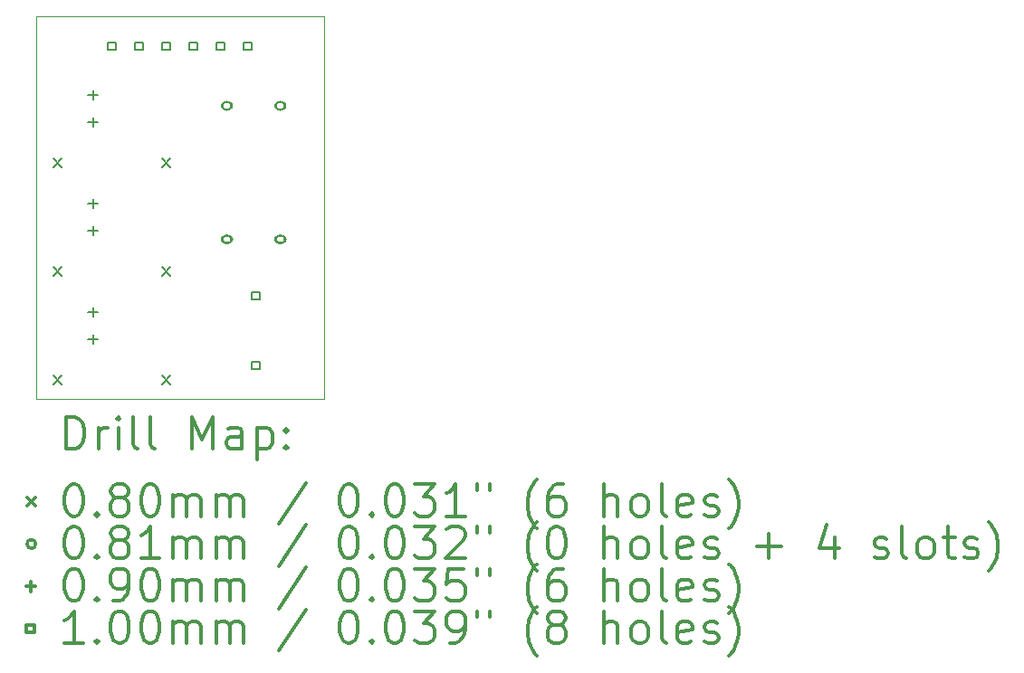
<source format=gbr>
%FSLAX45Y45*%
G04 Gerber Fmt 4.5, Leading zero omitted, Abs format (unit mm)*
G04 Created by KiCad (PCBNEW (5.1.2)-1) date 2024-09-09 18:42:57*
%MOMM*%
%LPD*%
G04 APERTURE LIST*
%ADD10C,0.050000*%
%ADD11C,0.200000*%
%ADD12C,0.300000*%
G04 APERTURE END LIST*
D10*
X17272000Y-6959600D02*
X17272000Y-10541000D01*
X14579600Y-10541000D02*
X17272000Y-10541000D01*
X14579600Y-10541000D02*
X14579600Y-6959600D01*
X14579600Y-6959600D02*
X17272000Y-6959600D01*
D11*
X15758800Y-8291200D02*
X15838800Y-8371200D01*
X15838800Y-8291200D02*
X15758800Y-8371200D01*
X14742800Y-9307200D02*
X14822800Y-9387200D01*
X14822800Y-9307200D02*
X14742800Y-9387200D01*
X14742800Y-10323200D02*
X14822800Y-10403200D01*
X14822800Y-10323200D02*
X14742800Y-10403200D01*
X15758800Y-10323200D02*
X15838800Y-10403200D01*
X15838800Y-10323200D02*
X15758800Y-10403200D01*
X14742800Y-8291200D02*
X14822800Y-8371200D01*
X14822800Y-8291200D02*
X14742800Y-8371200D01*
X15758800Y-9307200D02*
X15838800Y-9387200D01*
X15838800Y-9307200D02*
X15758800Y-9387200D01*
X16406240Y-7797800D02*
G75*
G03X16406240Y-7797800I-40640J0D01*
G01*
X16385600Y-7767160D02*
X16345600Y-7767160D01*
X16385600Y-7828440D02*
X16345600Y-7828440D01*
X16345600Y-7767160D02*
G75*
G03X16345600Y-7828440I0J-30640D01*
G01*
X16385600Y-7828440D02*
G75*
G03X16385600Y-7767160I0J30640D01*
G01*
X16406240Y-9047800D02*
G75*
G03X16406240Y-9047800I-40640J0D01*
G01*
X16385600Y-9017160D02*
X16345600Y-9017160D01*
X16385600Y-9078440D02*
X16345600Y-9078440D01*
X16345600Y-9017160D02*
G75*
G03X16345600Y-9078440I0J-30640D01*
G01*
X16385600Y-9078440D02*
G75*
G03X16385600Y-9017160I0J30640D01*
G01*
X16906240Y-7797800D02*
G75*
G03X16906240Y-7797800I-40640J0D01*
G01*
X16885600Y-7767160D02*
X16845600Y-7767160D01*
X16885600Y-7828440D02*
X16845600Y-7828440D01*
X16845600Y-7767160D02*
G75*
G03X16845600Y-7828440I0J-30640D01*
G01*
X16885600Y-7828440D02*
G75*
G03X16885600Y-7767160I0J30640D01*
G01*
X16906240Y-9047800D02*
G75*
G03X16906240Y-9047800I-40640J0D01*
G01*
X16885600Y-9017160D02*
X16845600Y-9017160D01*
X16885600Y-9078440D02*
X16845600Y-9078440D01*
X16845600Y-9017160D02*
G75*
G03X16845600Y-9078440I0J-30640D01*
G01*
X16885600Y-9078440D02*
G75*
G03X16885600Y-9017160I0J30640D01*
G01*
X15113000Y-8667200D02*
X15113000Y-8757200D01*
X15068000Y-8712200D02*
X15158000Y-8712200D01*
X15113000Y-8921200D02*
X15113000Y-9011200D01*
X15068000Y-8966200D02*
X15158000Y-8966200D01*
X15113000Y-7651200D02*
X15113000Y-7741200D01*
X15068000Y-7696200D02*
X15158000Y-7696200D01*
X15113000Y-7905200D02*
X15113000Y-7995200D01*
X15068000Y-7950200D02*
X15158000Y-7950200D01*
X15113000Y-9683200D02*
X15113000Y-9773200D01*
X15068000Y-9728200D02*
X15158000Y-9728200D01*
X15113000Y-9937200D02*
X15113000Y-10027200D01*
X15068000Y-9982200D02*
X15158000Y-9982200D01*
X15326156Y-7274356D02*
X15326156Y-7203644D01*
X15255444Y-7203644D01*
X15255444Y-7274356D01*
X15326156Y-7274356D01*
X15580156Y-7274356D02*
X15580156Y-7203644D01*
X15509444Y-7203644D01*
X15509444Y-7274356D01*
X15580156Y-7274356D01*
X15834156Y-7274356D02*
X15834156Y-7203644D01*
X15763444Y-7203644D01*
X15763444Y-7274356D01*
X15834156Y-7274356D01*
X16088156Y-7274356D02*
X16088156Y-7203644D01*
X16017444Y-7203644D01*
X16017444Y-7274356D01*
X16088156Y-7274356D01*
X16342156Y-7274356D02*
X16342156Y-7203644D01*
X16271444Y-7203644D01*
X16271444Y-7274356D01*
X16342156Y-7274356D01*
X16596156Y-7274356D02*
X16596156Y-7203644D01*
X16525444Y-7203644D01*
X16525444Y-7274356D01*
X16596156Y-7274356D01*
X16672356Y-9611156D02*
X16672356Y-9540444D01*
X16601644Y-9540444D01*
X16601644Y-9611156D01*
X16672356Y-9611156D01*
X16672356Y-10261156D02*
X16672356Y-10190444D01*
X16601644Y-10190444D01*
X16601644Y-10261156D01*
X16672356Y-10261156D01*
D12*
X14863528Y-11009214D02*
X14863528Y-10709214D01*
X14934957Y-10709214D01*
X14977814Y-10723500D01*
X15006386Y-10752072D01*
X15020671Y-10780643D01*
X15034957Y-10837786D01*
X15034957Y-10880643D01*
X15020671Y-10937786D01*
X15006386Y-10966357D01*
X14977814Y-10994929D01*
X14934957Y-11009214D01*
X14863528Y-11009214D01*
X15163528Y-11009214D02*
X15163528Y-10809214D01*
X15163528Y-10866357D02*
X15177814Y-10837786D01*
X15192100Y-10823500D01*
X15220671Y-10809214D01*
X15249243Y-10809214D01*
X15349243Y-11009214D02*
X15349243Y-10809214D01*
X15349243Y-10709214D02*
X15334957Y-10723500D01*
X15349243Y-10737786D01*
X15363528Y-10723500D01*
X15349243Y-10709214D01*
X15349243Y-10737786D01*
X15534957Y-11009214D02*
X15506386Y-10994929D01*
X15492100Y-10966357D01*
X15492100Y-10709214D01*
X15692100Y-11009214D02*
X15663528Y-10994929D01*
X15649243Y-10966357D01*
X15649243Y-10709214D01*
X16034957Y-11009214D02*
X16034957Y-10709214D01*
X16134957Y-10923500D01*
X16234957Y-10709214D01*
X16234957Y-11009214D01*
X16506386Y-11009214D02*
X16506386Y-10852072D01*
X16492100Y-10823500D01*
X16463528Y-10809214D01*
X16406386Y-10809214D01*
X16377814Y-10823500D01*
X16506386Y-10994929D02*
X16477814Y-11009214D01*
X16406386Y-11009214D01*
X16377814Y-10994929D01*
X16363528Y-10966357D01*
X16363528Y-10937786D01*
X16377814Y-10909214D01*
X16406386Y-10894929D01*
X16477814Y-10894929D01*
X16506386Y-10880643D01*
X16649243Y-10809214D02*
X16649243Y-11109214D01*
X16649243Y-10823500D02*
X16677814Y-10809214D01*
X16734957Y-10809214D01*
X16763528Y-10823500D01*
X16777814Y-10837786D01*
X16792100Y-10866357D01*
X16792100Y-10952072D01*
X16777814Y-10980643D01*
X16763528Y-10994929D01*
X16734957Y-11009214D01*
X16677814Y-11009214D01*
X16649243Y-10994929D01*
X16920671Y-10980643D02*
X16934957Y-10994929D01*
X16920671Y-11009214D01*
X16906386Y-10994929D01*
X16920671Y-10980643D01*
X16920671Y-11009214D01*
X16920671Y-10823500D02*
X16934957Y-10837786D01*
X16920671Y-10852072D01*
X16906386Y-10837786D01*
X16920671Y-10823500D01*
X16920671Y-10852072D01*
X14497100Y-11463500D02*
X14577100Y-11543500D01*
X14577100Y-11463500D02*
X14497100Y-11543500D01*
X14920671Y-11339214D02*
X14949243Y-11339214D01*
X14977814Y-11353500D01*
X14992100Y-11367786D01*
X15006386Y-11396357D01*
X15020671Y-11453500D01*
X15020671Y-11524929D01*
X15006386Y-11582071D01*
X14992100Y-11610643D01*
X14977814Y-11624929D01*
X14949243Y-11639214D01*
X14920671Y-11639214D01*
X14892100Y-11624929D01*
X14877814Y-11610643D01*
X14863528Y-11582071D01*
X14849243Y-11524929D01*
X14849243Y-11453500D01*
X14863528Y-11396357D01*
X14877814Y-11367786D01*
X14892100Y-11353500D01*
X14920671Y-11339214D01*
X15149243Y-11610643D02*
X15163528Y-11624929D01*
X15149243Y-11639214D01*
X15134957Y-11624929D01*
X15149243Y-11610643D01*
X15149243Y-11639214D01*
X15334957Y-11467786D02*
X15306386Y-11453500D01*
X15292100Y-11439214D01*
X15277814Y-11410643D01*
X15277814Y-11396357D01*
X15292100Y-11367786D01*
X15306386Y-11353500D01*
X15334957Y-11339214D01*
X15392100Y-11339214D01*
X15420671Y-11353500D01*
X15434957Y-11367786D01*
X15449243Y-11396357D01*
X15449243Y-11410643D01*
X15434957Y-11439214D01*
X15420671Y-11453500D01*
X15392100Y-11467786D01*
X15334957Y-11467786D01*
X15306386Y-11482071D01*
X15292100Y-11496357D01*
X15277814Y-11524929D01*
X15277814Y-11582071D01*
X15292100Y-11610643D01*
X15306386Y-11624929D01*
X15334957Y-11639214D01*
X15392100Y-11639214D01*
X15420671Y-11624929D01*
X15434957Y-11610643D01*
X15449243Y-11582071D01*
X15449243Y-11524929D01*
X15434957Y-11496357D01*
X15420671Y-11482071D01*
X15392100Y-11467786D01*
X15634957Y-11339214D02*
X15663528Y-11339214D01*
X15692100Y-11353500D01*
X15706386Y-11367786D01*
X15720671Y-11396357D01*
X15734957Y-11453500D01*
X15734957Y-11524929D01*
X15720671Y-11582071D01*
X15706386Y-11610643D01*
X15692100Y-11624929D01*
X15663528Y-11639214D01*
X15634957Y-11639214D01*
X15606386Y-11624929D01*
X15592100Y-11610643D01*
X15577814Y-11582071D01*
X15563528Y-11524929D01*
X15563528Y-11453500D01*
X15577814Y-11396357D01*
X15592100Y-11367786D01*
X15606386Y-11353500D01*
X15634957Y-11339214D01*
X15863528Y-11639214D02*
X15863528Y-11439214D01*
X15863528Y-11467786D02*
X15877814Y-11453500D01*
X15906386Y-11439214D01*
X15949243Y-11439214D01*
X15977814Y-11453500D01*
X15992100Y-11482071D01*
X15992100Y-11639214D01*
X15992100Y-11482071D02*
X16006386Y-11453500D01*
X16034957Y-11439214D01*
X16077814Y-11439214D01*
X16106386Y-11453500D01*
X16120671Y-11482071D01*
X16120671Y-11639214D01*
X16263528Y-11639214D02*
X16263528Y-11439214D01*
X16263528Y-11467786D02*
X16277814Y-11453500D01*
X16306386Y-11439214D01*
X16349243Y-11439214D01*
X16377814Y-11453500D01*
X16392100Y-11482071D01*
X16392100Y-11639214D01*
X16392100Y-11482071D02*
X16406386Y-11453500D01*
X16434957Y-11439214D01*
X16477814Y-11439214D01*
X16506386Y-11453500D01*
X16520671Y-11482071D01*
X16520671Y-11639214D01*
X17106386Y-11324929D02*
X16849243Y-11710643D01*
X17492100Y-11339214D02*
X17520671Y-11339214D01*
X17549243Y-11353500D01*
X17563528Y-11367786D01*
X17577814Y-11396357D01*
X17592100Y-11453500D01*
X17592100Y-11524929D01*
X17577814Y-11582071D01*
X17563528Y-11610643D01*
X17549243Y-11624929D01*
X17520671Y-11639214D01*
X17492100Y-11639214D01*
X17463528Y-11624929D01*
X17449243Y-11610643D01*
X17434957Y-11582071D01*
X17420671Y-11524929D01*
X17420671Y-11453500D01*
X17434957Y-11396357D01*
X17449243Y-11367786D01*
X17463528Y-11353500D01*
X17492100Y-11339214D01*
X17720671Y-11610643D02*
X17734957Y-11624929D01*
X17720671Y-11639214D01*
X17706386Y-11624929D01*
X17720671Y-11610643D01*
X17720671Y-11639214D01*
X17920671Y-11339214D02*
X17949243Y-11339214D01*
X17977814Y-11353500D01*
X17992100Y-11367786D01*
X18006386Y-11396357D01*
X18020671Y-11453500D01*
X18020671Y-11524929D01*
X18006386Y-11582071D01*
X17992100Y-11610643D01*
X17977814Y-11624929D01*
X17949243Y-11639214D01*
X17920671Y-11639214D01*
X17892100Y-11624929D01*
X17877814Y-11610643D01*
X17863528Y-11582071D01*
X17849243Y-11524929D01*
X17849243Y-11453500D01*
X17863528Y-11396357D01*
X17877814Y-11367786D01*
X17892100Y-11353500D01*
X17920671Y-11339214D01*
X18120671Y-11339214D02*
X18306386Y-11339214D01*
X18206386Y-11453500D01*
X18249243Y-11453500D01*
X18277814Y-11467786D01*
X18292100Y-11482071D01*
X18306386Y-11510643D01*
X18306386Y-11582071D01*
X18292100Y-11610643D01*
X18277814Y-11624929D01*
X18249243Y-11639214D01*
X18163528Y-11639214D01*
X18134957Y-11624929D01*
X18120671Y-11610643D01*
X18592100Y-11639214D02*
X18420671Y-11639214D01*
X18506386Y-11639214D02*
X18506386Y-11339214D01*
X18477814Y-11382071D01*
X18449243Y-11410643D01*
X18420671Y-11424929D01*
X18706386Y-11339214D02*
X18706386Y-11396357D01*
X18820671Y-11339214D02*
X18820671Y-11396357D01*
X19263528Y-11753500D02*
X19249243Y-11739214D01*
X19220671Y-11696357D01*
X19206386Y-11667786D01*
X19192100Y-11624929D01*
X19177814Y-11553500D01*
X19177814Y-11496357D01*
X19192100Y-11424929D01*
X19206386Y-11382071D01*
X19220671Y-11353500D01*
X19249243Y-11310643D01*
X19263528Y-11296357D01*
X19506386Y-11339214D02*
X19449243Y-11339214D01*
X19420671Y-11353500D01*
X19406386Y-11367786D01*
X19377814Y-11410643D01*
X19363528Y-11467786D01*
X19363528Y-11582071D01*
X19377814Y-11610643D01*
X19392100Y-11624929D01*
X19420671Y-11639214D01*
X19477814Y-11639214D01*
X19506386Y-11624929D01*
X19520671Y-11610643D01*
X19534957Y-11582071D01*
X19534957Y-11510643D01*
X19520671Y-11482071D01*
X19506386Y-11467786D01*
X19477814Y-11453500D01*
X19420671Y-11453500D01*
X19392100Y-11467786D01*
X19377814Y-11482071D01*
X19363528Y-11510643D01*
X19892100Y-11639214D02*
X19892100Y-11339214D01*
X20020671Y-11639214D02*
X20020671Y-11482071D01*
X20006386Y-11453500D01*
X19977814Y-11439214D01*
X19934957Y-11439214D01*
X19906386Y-11453500D01*
X19892100Y-11467786D01*
X20206386Y-11639214D02*
X20177814Y-11624929D01*
X20163528Y-11610643D01*
X20149243Y-11582071D01*
X20149243Y-11496357D01*
X20163528Y-11467786D01*
X20177814Y-11453500D01*
X20206386Y-11439214D01*
X20249243Y-11439214D01*
X20277814Y-11453500D01*
X20292100Y-11467786D01*
X20306386Y-11496357D01*
X20306386Y-11582071D01*
X20292100Y-11610643D01*
X20277814Y-11624929D01*
X20249243Y-11639214D01*
X20206386Y-11639214D01*
X20477814Y-11639214D02*
X20449243Y-11624929D01*
X20434957Y-11596357D01*
X20434957Y-11339214D01*
X20706386Y-11624929D02*
X20677814Y-11639214D01*
X20620671Y-11639214D01*
X20592100Y-11624929D01*
X20577814Y-11596357D01*
X20577814Y-11482071D01*
X20592100Y-11453500D01*
X20620671Y-11439214D01*
X20677814Y-11439214D01*
X20706386Y-11453500D01*
X20720671Y-11482071D01*
X20720671Y-11510643D01*
X20577814Y-11539214D01*
X20834957Y-11624929D02*
X20863528Y-11639214D01*
X20920671Y-11639214D01*
X20949243Y-11624929D01*
X20963528Y-11596357D01*
X20963528Y-11582071D01*
X20949243Y-11553500D01*
X20920671Y-11539214D01*
X20877814Y-11539214D01*
X20849243Y-11524929D01*
X20834957Y-11496357D01*
X20834957Y-11482071D01*
X20849243Y-11453500D01*
X20877814Y-11439214D01*
X20920671Y-11439214D01*
X20949243Y-11453500D01*
X21063528Y-11753500D02*
X21077814Y-11739214D01*
X21106386Y-11696357D01*
X21120671Y-11667786D01*
X21134957Y-11624929D01*
X21149243Y-11553500D01*
X21149243Y-11496357D01*
X21134957Y-11424929D01*
X21120671Y-11382071D01*
X21106386Y-11353500D01*
X21077814Y-11310643D01*
X21063528Y-11296357D01*
X14577100Y-11899500D02*
G75*
G03X14577100Y-11899500I-40640J0D01*
G01*
X14920671Y-11735214D02*
X14949243Y-11735214D01*
X14977814Y-11749500D01*
X14992100Y-11763786D01*
X15006386Y-11792357D01*
X15020671Y-11849500D01*
X15020671Y-11920929D01*
X15006386Y-11978071D01*
X14992100Y-12006643D01*
X14977814Y-12020929D01*
X14949243Y-12035214D01*
X14920671Y-12035214D01*
X14892100Y-12020929D01*
X14877814Y-12006643D01*
X14863528Y-11978071D01*
X14849243Y-11920929D01*
X14849243Y-11849500D01*
X14863528Y-11792357D01*
X14877814Y-11763786D01*
X14892100Y-11749500D01*
X14920671Y-11735214D01*
X15149243Y-12006643D02*
X15163528Y-12020929D01*
X15149243Y-12035214D01*
X15134957Y-12020929D01*
X15149243Y-12006643D01*
X15149243Y-12035214D01*
X15334957Y-11863786D02*
X15306386Y-11849500D01*
X15292100Y-11835214D01*
X15277814Y-11806643D01*
X15277814Y-11792357D01*
X15292100Y-11763786D01*
X15306386Y-11749500D01*
X15334957Y-11735214D01*
X15392100Y-11735214D01*
X15420671Y-11749500D01*
X15434957Y-11763786D01*
X15449243Y-11792357D01*
X15449243Y-11806643D01*
X15434957Y-11835214D01*
X15420671Y-11849500D01*
X15392100Y-11863786D01*
X15334957Y-11863786D01*
X15306386Y-11878071D01*
X15292100Y-11892357D01*
X15277814Y-11920929D01*
X15277814Y-11978071D01*
X15292100Y-12006643D01*
X15306386Y-12020929D01*
X15334957Y-12035214D01*
X15392100Y-12035214D01*
X15420671Y-12020929D01*
X15434957Y-12006643D01*
X15449243Y-11978071D01*
X15449243Y-11920929D01*
X15434957Y-11892357D01*
X15420671Y-11878071D01*
X15392100Y-11863786D01*
X15734957Y-12035214D02*
X15563528Y-12035214D01*
X15649243Y-12035214D02*
X15649243Y-11735214D01*
X15620671Y-11778071D01*
X15592100Y-11806643D01*
X15563528Y-11820929D01*
X15863528Y-12035214D02*
X15863528Y-11835214D01*
X15863528Y-11863786D02*
X15877814Y-11849500D01*
X15906386Y-11835214D01*
X15949243Y-11835214D01*
X15977814Y-11849500D01*
X15992100Y-11878071D01*
X15992100Y-12035214D01*
X15992100Y-11878071D02*
X16006386Y-11849500D01*
X16034957Y-11835214D01*
X16077814Y-11835214D01*
X16106386Y-11849500D01*
X16120671Y-11878071D01*
X16120671Y-12035214D01*
X16263528Y-12035214D02*
X16263528Y-11835214D01*
X16263528Y-11863786D02*
X16277814Y-11849500D01*
X16306386Y-11835214D01*
X16349243Y-11835214D01*
X16377814Y-11849500D01*
X16392100Y-11878071D01*
X16392100Y-12035214D01*
X16392100Y-11878071D02*
X16406386Y-11849500D01*
X16434957Y-11835214D01*
X16477814Y-11835214D01*
X16506386Y-11849500D01*
X16520671Y-11878071D01*
X16520671Y-12035214D01*
X17106386Y-11720929D02*
X16849243Y-12106643D01*
X17492100Y-11735214D02*
X17520671Y-11735214D01*
X17549243Y-11749500D01*
X17563528Y-11763786D01*
X17577814Y-11792357D01*
X17592100Y-11849500D01*
X17592100Y-11920929D01*
X17577814Y-11978071D01*
X17563528Y-12006643D01*
X17549243Y-12020929D01*
X17520671Y-12035214D01*
X17492100Y-12035214D01*
X17463528Y-12020929D01*
X17449243Y-12006643D01*
X17434957Y-11978071D01*
X17420671Y-11920929D01*
X17420671Y-11849500D01*
X17434957Y-11792357D01*
X17449243Y-11763786D01*
X17463528Y-11749500D01*
X17492100Y-11735214D01*
X17720671Y-12006643D02*
X17734957Y-12020929D01*
X17720671Y-12035214D01*
X17706386Y-12020929D01*
X17720671Y-12006643D01*
X17720671Y-12035214D01*
X17920671Y-11735214D02*
X17949243Y-11735214D01*
X17977814Y-11749500D01*
X17992100Y-11763786D01*
X18006386Y-11792357D01*
X18020671Y-11849500D01*
X18020671Y-11920929D01*
X18006386Y-11978071D01*
X17992100Y-12006643D01*
X17977814Y-12020929D01*
X17949243Y-12035214D01*
X17920671Y-12035214D01*
X17892100Y-12020929D01*
X17877814Y-12006643D01*
X17863528Y-11978071D01*
X17849243Y-11920929D01*
X17849243Y-11849500D01*
X17863528Y-11792357D01*
X17877814Y-11763786D01*
X17892100Y-11749500D01*
X17920671Y-11735214D01*
X18120671Y-11735214D02*
X18306386Y-11735214D01*
X18206386Y-11849500D01*
X18249243Y-11849500D01*
X18277814Y-11863786D01*
X18292100Y-11878071D01*
X18306386Y-11906643D01*
X18306386Y-11978071D01*
X18292100Y-12006643D01*
X18277814Y-12020929D01*
X18249243Y-12035214D01*
X18163528Y-12035214D01*
X18134957Y-12020929D01*
X18120671Y-12006643D01*
X18420671Y-11763786D02*
X18434957Y-11749500D01*
X18463528Y-11735214D01*
X18534957Y-11735214D01*
X18563528Y-11749500D01*
X18577814Y-11763786D01*
X18592100Y-11792357D01*
X18592100Y-11820929D01*
X18577814Y-11863786D01*
X18406386Y-12035214D01*
X18592100Y-12035214D01*
X18706386Y-11735214D02*
X18706386Y-11792357D01*
X18820671Y-11735214D02*
X18820671Y-11792357D01*
X19263528Y-12149500D02*
X19249243Y-12135214D01*
X19220671Y-12092357D01*
X19206386Y-12063786D01*
X19192100Y-12020929D01*
X19177814Y-11949500D01*
X19177814Y-11892357D01*
X19192100Y-11820929D01*
X19206386Y-11778071D01*
X19220671Y-11749500D01*
X19249243Y-11706643D01*
X19263528Y-11692357D01*
X19434957Y-11735214D02*
X19463528Y-11735214D01*
X19492100Y-11749500D01*
X19506386Y-11763786D01*
X19520671Y-11792357D01*
X19534957Y-11849500D01*
X19534957Y-11920929D01*
X19520671Y-11978071D01*
X19506386Y-12006643D01*
X19492100Y-12020929D01*
X19463528Y-12035214D01*
X19434957Y-12035214D01*
X19406386Y-12020929D01*
X19392100Y-12006643D01*
X19377814Y-11978071D01*
X19363528Y-11920929D01*
X19363528Y-11849500D01*
X19377814Y-11792357D01*
X19392100Y-11763786D01*
X19406386Y-11749500D01*
X19434957Y-11735214D01*
X19892100Y-12035214D02*
X19892100Y-11735214D01*
X20020671Y-12035214D02*
X20020671Y-11878071D01*
X20006386Y-11849500D01*
X19977814Y-11835214D01*
X19934957Y-11835214D01*
X19906386Y-11849500D01*
X19892100Y-11863786D01*
X20206386Y-12035214D02*
X20177814Y-12020929D01*
X20163528Y-12006643D01*
X20149243Y-11978071D01*
X20149243Y-11892357D01*
X20163528Y-11863786D01*
X20177814Y-11849500D01*
X20206386Y-11835214D01*
X20249243Y-11835214D01*
X20277814Y-11849500D01*
X20292100Y-11863786D01*
X20306386Y-11892357D01*
X20306386Y-11978071D01*
X20292100Y-12006643D01*
X20277814Y-12020929D01*
X20249243Y-12035214D01*
X20206386Y-12035214D01*
X20477814Y-12035214D02*
X20449243Y-12020929D01*
X20434957Y-11992357D01*
X20434957Y-11735214D01*
X20706386Y-12020929D02*
X20677814Y-12035214D01*
X20620671Y-12035214D01*
X20592100Y-12020929D01*
X20577814Y-11992357D01*
X20577814Y-11878071D01*
X20592100Y-11849500D01*
X20620671Y-11835214D01*
X20677814Y-11835214D01*
X20706386Y-11849500D01*
X20720671Y-11878071D01*
X20720671Y-11906643D01*
X20577814Y-11935214D01*
X20834957Y-12020929D02*
X20863528Y-12035214D01*
X20920671Y-12035214D01*
X20949243Y-12020929D01*
X20963528Y-11992357D01*
X20963528Y-11978071D01*
X20949243Y-11949500D01*
X20920671Y-11935214D01*
X20877814Y-11935214D01*
X20849243Y-11920929D01*
X20834957Y-11892357D01*
X20834957Y-11878071D01*
X20849243Y-11849500D01*
X20877814Y-11835214D01*
X20920671Y-11835214D01*
X20949243Y-11849500D01*
X21320671Y-11920929D02*
X21549243Y-11920929D01*
X21434957Y-12035214D02*
X21434957Y-11806643D01*
X22049243Y-11835214D02*
X22049243Y-12035214D01*
X21977814Y-11720929D02*
X21906386Y-11935214D01*
X22092100Y-11935214D01*
X22420671Y-12020929D02*
X22449243Y-12035214D01*
X22506386Y-12035214D01*
X22534957Y-12020929D01*
X22549243Y-11992357D01*
X22549243Y-11978071D01*
X22534957Y-11949500D01*
X22506386Y-11935214D01*
X22463528Y-11935214D01*
X22434957Y-11920929D01*
X22420671Y-11892357D01*
X22420671Y-11878071D01*
X22434957Y-11849500D01*
X22463528Y-11835214D01*
X22506386Y-11835214D01*
X22534957Y-11849500D01*
X22720671Y-12035214D02*
X22692100Y-12020929D01*
X22677814Y-11992357D01*
X22677814Y-11735214D01*
X22877814Y-12035214D02*
X22849243Y-12020929D01*
X22834957Y-12006643D01*
X22820671Y-11978071D01*
X22820671Y-11892357D01*
X22834957Y-11863786D01*
X22849243Y-11849500D01*
X22877814Y-11835214D01*
X22920671Y-11835214D01*
X22949243Y-11849500D01*
X22963528Y-11863786D01*
X22977814Y-11892357D01*
X22977814Y-11978071D01*
X22963528Y-12006643D01*
X22949243Y-12020929D01*
X22920671Y-12035214D01*
X22877814Y-12035214D01*
X23063528Y-11835214D02*
X23177814Y-11835214D01*
X23106386Y-11735214D02*
X23106386Y-11992357D01*
X23120671Y-12020929D01*
X23149243Y-12035214D01*
X23177814Y-12035214D01*
X23263528Y-12020929D02*
X23292100Y-12035214D01*
X23349243Y-12035214D01*
X23377814Y-12020929D01*
X23392100Y-11992357D01*
X23392100Y-11978071D01*
X23377814Y-11949500D01*
X23349243Y-11935214D01*
X23306386Y-11935214D01*
X23277814Y-11920929D01*
X23263528Y-11892357D01*
X23263528Y-11878071D01*
X23277814Y-11849500D01*
X23306386Y-11835214D01*
X23349243Y-11835214D01*
X23377814Y-11849500D01*
X23492100Y-12149500D02*
X23506386Y-12135214D01*
X23534957Y-12092357D01*
X23549243Y-12063786D01*
X23563528Y-12020929D01*
X23577814Y-11949500D01*
X23577814Y-11892357D01*
X23563528Y-11820929D01*
X23549243Y-11778071D01*
X23534957Y-11749500D01*
X23506386Y-11706643D01*
X23492100Y-11692357D01*
X14532100Y-12250500D02*
X14532100Y-12340500D01*
X14487100Y-12295500D02*
X14577100Y-12295500D01*
X14920671Y-12131214D02*
X14949243Y-12131214D01*
X14977814Y-12145500D01*
X14992100Y-12159786D01*
X15006386Y-12188357D01*
X15020671Y-12245500D01*
X15020671Y-12316929D01*
X15006386Y-12374071D01*
X14992100Y-12402643D01*
X14977814Y-12416929D01*
X14949243Y-12431214D01*
X14920671Y-12431214D01*
X14892100Y-12416929D01*
X14877814Y-12402643D01*
X14863528Y-12374071D01*
X14849243Y-12316929D01*
X14849243Y-12245500D01*
X14863528Y-12188357D01*
X14877814Y-12159786D01*
X14892100Y-12145500D01*
X14920671Y-12131214D01*
X15149243Y-12402643D02*
X15163528Y-12416929D01*
X15149243Y-12431214D01*
X15134957Y-12416929D01*
X15149243Y-12402643D01*
X15149243Y-12431214D01*
X15306386Y-12431214D02*
X15363528Y-12431214D01*
X15392100Y-12416929D01*
X15406386Y-12402643D01*
X15434957Y-12359786D01*
X15449243Y-12302643D01*
X15449243Y-12188357D01*
X15434957Y-12159786D01*
X15420671Y-12145500D01*
X15392100Y-12131214D01*
X15334957Y-12131214D01*
X15306386Y-12145500D01*
X15292100Y-12159786D01*
X15277814Y-12188357D01*
X15277814Y-12259786D01*
X15292100Y-12288357D01*
X15306386Y-12302643D01*
X15334957Y-12316929D01*
X15392100Y-12316929D01*
X15420671Y-12302643D01*
X15434957Y-12288357D01*
X15449243Y-12259786D01*
X15634957Y-12131214D02*
X15663528Y-12131214D01*
X15692100Y-12145500D01*
X15706386Y-12159786D01*
X15720671Y-12188357D01*
X15734957Y-12245500D01*
X15734957Y-12316929D01*
X15720671Y-12374071D01*
X15706386Y-12402643D01*
X15692100Y-12416929D01*
X15663528Y-12431214D01*
X15634957Y-12431214D01*
X15606386Y-12416929D01*
X15592100Y-12402643D01*
X15577814Y-12374071D01*
X15563528Y-12316929D01*
X15563528Y-12245500D01*
X15577814Y-12188357D01*
X15592100Y-12159786D01*
X15606386Y-12145500D01*
X15634957Y-12131214D01*
X15863528Y-12431214D02*
X15863528Y-12231214D01*
X15863528Y-12259786D02*
X15877814Y-12245500D01*
X15906386Y-12231214D01*
X15949243Y-12231214D01*
X15977814Y-12245500D01*
X15992100Y-12274071D01*
X15992100Y-12431214D01*
X15992100Y-12274071D02*
X16006386Y-12245500D01*
X16034957Y-12231214D01*
X16077814Y-12231214D01*
X16106386Y-12245500D01*
X16120671Y-12274071D01*
X16120671Y-12431214D01*
X16263528Y-12431214D02*
X16263528Y-12231214D01*
X16263528Y-12259786D02*
X16277814Y-12245500D01*
X16306386Y-12231214D01*
X16349243Y-12231214D01*
X16377814Y-12245500D01*
X16392100Y-12274071D01*
X16392100Y-12431214D01*
X16392100Y-12274071D02*
X16406386Y-12245500D01*
X16434957Y-12231214D01*
X16477814Y-12231214D01*
X16506386Y-12245500D01*
X16520671Y-12274071D01*
X16520671Y-12431214D01*
X17106386Y-12116929D02*
X16849243Y-12502643D01*
X17492100Y-12131214D02*
X17520671Y-12131214D01*
X17549243Y-12145500D01*
X17563528Y-12159786D01*
X17577814Y-12188357D01*
X17592100Y-12245500D01*
X17592100Y-12316929D01*
X17577814Y-12374071D01*
X17563528Y-12402643D01*
X17549243Y-12416929D01*
X17520671Y-12431214D01*
X17492100Y-12431214D01*
X17463528Y-12416929D01*
X17449243Y-12402643D01*
X17434957Y-12374071D01*
X17420671Y-12316929D01*
X17420671Y-12245500D01*
X17434957Y-12188357D01*
X17449243Y-12159786D01*
X17463528Y-12145500D01*
X17492100Y-12131214D01*
X17720671Y-12402643D02*
X17734957Y-12416929D01*
X17720671Y-12431214D01*
X17706386Y-12416929D01*
X17720671Y-12402643D01*
X17720671Y-12431214D01*
X17920671Y-12131214D02*
X17949243Y-12131214D01*
X17977814Y-12145500D01*
X17992100Y-12159786D01*
X18006386Y-12188357D01*
X18020671Y-12245500D01*
X18020671Y-12316929D01*
X18006386Y-12374071D01*
X17992100Y-12402643D01*
X17977814Y-12416929D01*
X17949243Y-12431214D01*
X17920671Y-12431214D01*
X17892100Y-12416929D01*
X17877814Y-12402643D01*
X17863528Y-12374071D01*
X17849243Y-12316929D01*
X17849243Y-12245500D01*
X17863528Y-12188357D01*
X17877814Y-12159786D01*
X17892100Y-12145500D01*
X17920671Y-12131214D01*
X18120671Y-12131214D02*
X18306386Y-12131214D01*
X18206386Y-12245500D01*
X18249243Y-12245500D01*
X18277814Y-12259786D01*
X18292100Y-12274071D01*
X18306386Y-12302643D01*
X18306386Y-12374071D01*
X18292100Y-12402643D01*
X18277814Y-12416929D01*
X18249243Y-12431214D01*
X18163528Y-12431214D01*
X18134957Y-12416929D01*
X18120671Y-12402643D01*
X18577814Y-12131214D02*
X18434957Y-12131214D01*
X18420671Y-12274071D01*
X18434957Y-12259786D01*
X18463528Y-12245500D01*
X18534957Y-12245500D01*
X18563528Y-12259786D01*
X18577814Y-12274071D01*
X18592100Y-12302643D01*
X18592100Y-12374071D01*
X18577814Y-12402643D01*
X18563528Y-12416929D01*
X18534957Y-12431214D01*
X18463528Y-12431214D01*
X18434957Y-12416929D01*
X18420671Y-12402643D01*
X18706386Y-12131214D02*
X18706386Y-12188357D01*
X18820671Y-12131214D02*
X18820671Y-12188357D01*
X19263528Y-12545500D02*
X19249243Y-12531214D01*
X19220671Y-12488357D01*
X19206386Y-12459786D01*
X19192100Y-12416929D01*
X19177814Y-12345500D01*
X19177814Y-12288357D01*
X19192100Y-12216929D01*
X19206386Y-12174071D01*
X19220671Y-12145500D01*
X19249243Y-12102643D01*
X19263528Y-12088357D01*
X19506386Y-12131214D02*
X19449243Y-12131214D01*
X19420671Y-12145500D01*
X19406386Y-12159786D01*
X19377814Y-12202643D01*
X19363528Y-12259786D01*
X19363528Y-12374071D01*
X19377814Y-12402643D01*
X19392100Y-12416929D01*
X19420671Y-12431214D01*
X19477814Y-12431214D01*
X19506386Y-12416929D01*
X19520671Y-12402643D01*
X19534957Y-12374071D01*
X19534957Y-12302643D01*
X19520671Y-12274071D01*
X19506386Y-12259786D01*
X19477814Y-12245500D01*
X19420671Y-12245500D01*
X19392100Y-12259786D01*
X19377814Y-12274071D01*
X19363528Y-12302643D01*
X19892100Y-12431214D02*
X19892100Y-12131214D01*
X20020671Y-12431214D02*
X20020671Y-12274071D01*
X20006386Y-12245500D01*
X19977814Y-12231214D01*
X19934957Y-12231214D01*
X19906386Y-12245500D01*
X19892100Y-12259786D01*
X20206386Y-12431214D02*
X20177814Y-12416929D01*
X20163528Y-12402643D01*
X20149243Y-12374071D01*
X20149243Y-12288357D01*
X20163528Y-12259786D01*
X20177814Y-12245500D01*
X20206386Y-12231214D01*
X20249243Y-12231214D01*
X20277814Y-12245500D01*
X20292100Y-12259786D01*
X20306386Y-12288357D01*
X20306386Y-12374071D01*
X20292100Y-12402643D01*
X20277814Y-12416929D01*
X20249243Y-12431214D01*
X20206386Y-12431214D01*
X20477814Y-12431214D02*
X20449243Y-12416929D01*
X20434957Y-12388357D01*
X20434957Y-12131214D01*
X20706386Y-12416929D02*
X20677814Y-12431214D01*
X20620671Y-12431214D01*
X20592100Y-12416929D01*
X20577814Y-12388357D01*
X20577814Y-12274071D01*
X20592100Y-12245500D01*
X20620671Y-12231214D01*
X20677814Y-12231214D01*
X20706386Y-12245500D01*
X20720671Y-12274071D01*
X20720671Y-12302643D01*
X20577814Y-12331214D01*
X20834957Y-12416929D02*
X20863528Y-12431214D01*
X20920671Y-12431214D01*
X20949243Y-12416929D01*
X20963528Y-12388357D01*
X20963528Y-12374071D01*
X20949243Y-12345500D01*
X20920671Y-12331214D01*
X20877814Y-12331214D01*
X20849243Y-12316929D01*
X20834957Y-12288357D01*
X20834957Y-12274071D01*
X20849243Y-12245500D01*
X20877814Y-12231214D01*
X20920671Y-12231214D01*
X20949243Y-12245500D01*
X21063528Y-12545500D02*
X21077814Y-12531214D01*
X21106386Y-12488357D01*
X21120671Y-12459786D01*
X21134957Y-12416929D01*
X21149243Y-12345500D01*
X21149243Y-12288357D01*
X21134957Y-12216929D01*
X21120671Y-12174071D01*
X21106386Y-12145500D01*
X21077814Y-12102643D01*
X21063528Y-12088357D01*
X14562456Y-12726856D02*
X14562456Y-12656144D01*
X14491744Y-12656144D01*
X14491744Y-12726856D01*
X14562456Y-12726856D01*
X15020671Y-12827214D02*
X14849243Y-12827214D01*
X14934957Y-12827214D02*
X14934957Y-12527214D01*
X14906386Y-12570071D01*
X14877814Y-12598643D01*
X14849243Y-12612929D01*
X15149243Y-12798643D02*
X15163528Y-12812929D01*
X15149243Y-12827214D01*
X15134957Y-12812929D01*
X15149243Y-12798643D01*
X15149243Y-12827214D01*
X15349243Y-12527214D02*
X15377814Y-12527214D01*
X15406386Y-12541500D01*
X15420671Y-12555786D01*
X15434957Y-12584357D01*
X15449243Y-12641500D01*
X15449243Y-12712929D01*
X15434957Y-12770071D01*
X15420671Y-12798643D01*
X15406386Y-12812929D01*
X15377814Y-12827214D01*
X15349243Y-12827214D01*
X15320671Y-12812929D01*
X15306386Y-12798643D01*
X15292100Y-12770071D01*
X15277814Y-12712929D01*
X15277814Y-12641500D01*
X15292100Y-12584357D01*
X15306386Y-12555786D01*
X15320671Y-12541500D01*
X15349243Y-12527214D01*
X15634957Y-12527214D02*
X15663528Y-12527214D01*
X15692100Y-12541500D01*
X15706386Y-12555786D01*
X15720671Y-12584357D01*
X15734957Y-12641500D01*
X15734957Y-12712929D01*
X15720671Y-12770071D01*
X15706386Y-12798643D01*
X15692100Y-12812929D01*
X15663528Y-12827214D01*
X15634957Y-12827214D01*
X15606386Y-12812929D01*
X15592100Y-12798643D01*
X15577814Y-12770071D01*
X15563528Y-12712929D01*
X15563528Y-12641500D01*
X15577814Y-12584357D01*
X15592100Y-12555786D01*
X15606386Y-12541500D01*
X15634957Y-12527214D01*
X15863528Y-12827214D02*
X15863528Y-12627214D01*
X15863528Y-12655786D02*
X15877814Y-12641500D01*
X15906386Y-12627214D01*
X15949243Y-12627214D01*
X15977814Y-12641500D01*
X15992100Y-12670071D01*
X15992100Y-12827214D01*
X15992100Y-12670071D02*
X16006386Y-12641500D01*
X16034957Y-12627214D01*
X16077814Y-12627214D01*
X16106386Y-12641500D01*
X16120671Y-12670071D01*
X16120671Y-12827214D01*
X16263528Y-12827214D02*
X16263528Y-12627214D01*
X16263528Y-12655786D02*
X16277814Y-12641500D01*
X16306386Y-12627214D01*
X16349243Y-12627214D01*
X16377814Y-12641500D01*
X16392100Y-12670071D01*
X16392100Y-12827214D01*
X16392100Y-12670071D02*
X16406386Y-12641500D01*
X16434957Y-12627214D01*
X16477814Y-12627214D01*
X16506386Y-12641500D01*
X16520671Y-12670071D01*
X16520671Y-12827214D01*
X17106386Y-12512929D02*
X16849243Y-12898643D01*
X17492100Y-12527214D02*
X17520671Y-12527214D01*
X17549243Y-12541500D01*
X17563528Y-12555786D01*
X17577814Y-12584357D01*
X17592100Y-12641500D01*
X17592100Y-12712929D01*
X17577814Y-12770071D01*
X17563528Y-12798643D01*
X17549243Y-12812929D01*
X17520671Y-12827214D01*
X17492100Y-12827214D01*
X17463528Y-12812929D01*
X17449243Y-12798643D01*
X17434957Y-12770071D01*
X17420671Y-12712929D01*
X17420671Y-12641500D01*
X17434957Y-12584357D01*
X17449243Y-12555786D01*
X17463528Y-12541500D01*
X17492100Y-12527214D01*
X17720671Y-12798643D02*
X17734957Y-12812929D01*
X17720671Y-12827214D01*
X17706386Y-12812929D01*
X17720671Y-12798643D01*
X17720671Y-12827214D01*
X17920671Y-12527214D02*
X17949243Y-12527214D01*
X17977814Y-12541500D01*
X17992100Y-12555786D01*
X18006386Y-12584357D01*
X18020671Y-12641500D01*
X18020671Y-12712929D01*
X18006386Y-12770071D01*
X17992100Y-12798643D01*
X17977814Y-12812929D01*
X17949243Y-12827214D01*
X17920671Y-12827214D01*
X17892100Y-12812929D01*
X17877814Y-12798643D01*
X17863528Y-12770071D01*
X17849243Y-12712929D01*
X17849243Y-12641500D01*
X17863528Y-12584357D01*
X17877814Y-12555786D01*
X17892100Y-12541500D01*
X17920671Y-12527214D01*
X18120671Y-12527214D02*
X18306386Y-12527214D01*
X18206386Y-12641500D01*
X18249243Y-12641500D01*
X18277814Y-12655786D01*
X18292100Y-12670071D01*
X18306386Y-12698643D01*
X18306386Y-12770071D01*
X18292100Y-12798643D01*
X18277814Y-12812929D01*
X18249243Y-12827214D01*
X18163528Y-12827214D01*
X18134957Y-12812929D01*
X18120671Y-12798643D01*
X18449243Y-12827214D02*
X18506386Y-12827214D01*
X18534957Y-12812929D01*
X18549243Y-12798643D01*
X18577814Y-12755786D01*
X18592100Y-12698643D01*
X18592100Y-12584357D01*
X18577814Y-12555786D01*
X18563528Y-12541500D01*
X18534957Y-12527214D01*
X18477814Y-12527214D01*
X18449243Y-12541500D01*
X18434957Y-12555786D01*
X18420671Y-12584357D01*
X18420671Y-12655786D01*
X18434957Y-12684357D01*
X18449243Y-12698643D01*
X18477814Y-12712929D01*
X18534957Y-12712929D01*
X18563528Y-12698643D01*
X18577814Y-12684357D01*
X18592100Y-12655786D01*
X18706386Y-12527214D02*
X18706386Y-12584357D01*
X18820671Y-12527214D02*
X18820671Y-12584357D01*
X19263528Y-12941500D02*
X19249243Y-12927214D01*
X19220671Y-12884357D01*
X19206386Y-12855786D01*
X19192100Y-12812929D01*
X19177814Y-12741500D01*
X19177814Y-12684357D01*
X19192100Y-12612929D01*
X19206386Y-12570071D01*
X19220671Y-12541500D01*
X19249243Y-12498643D01*
X19263528Y-12484357D01*
X19420671Y-12655786D02*
X19392100Y-12641500D01*
X19377814Y-12627214D01*
X19363528Y-12598643D01*
X19363528Y-12584357D01*
X19377814Y-12555786D01*
X19392100Y-12541500D01*
X19420671Y-12527214D01*
X19477814Y-12527214D01*
X19506386Y-12541500D01*
X19520671Y-12555786D01*
X19534957Y-12584357D01*
X19534957Y-12598643D01*
X19520671Y-12627214D01*
X19506386Y-12641500D01*
X19477814Y-12655786D01*
X19420671Y-12655786D01*
X19392100Y-12670071D01*
X19377814Y-12684357D01*
X19363528Y-12712929D01*
X19363528Y-12770071D01*
X19377814Y-12798643D01*
X19392100Y-12812929D01*
X19420671Y-12827214D01*
X19477814Y-12827214D01*
X19506386Y-12812929D01*
X19520671Y-12798643D01*
X19534957Y-12770071D01*
X19534957Y-12712929D01*
X19520671Y-12684357D01*
X19506386Y-12670071D01*
X19477814Y-12655786D01*
X19892100Y-12827214D02*
X19892100Y-12527214D01*
X20020671Y-12827214D02*
X20020671Y-12670071D01*
X20006386Y-12641500D01*
X19977814Y-12627214D01*
X19934957Y-12627214D01*
X19906386Y-12641500D01*
X19892100Y-12655786D01*
X20206386Y-12827214D02*
X20177814Y-12812929D01*
X20163528Y-12798643D01*
X20149243Y-12770071D01*
X20149243Y-12684357D01*
X20163528Y-12655786D01*
X20177814Y-12641500D01*
X20206386Y-12627214D01*
X20249243Y-12627214D01*
X20277814Y-12641500D01*
X20292100Y-12655786D01*
X20306386Y-12684357D01*
X20306386Y-12770071D01*
X20292100Y-12798643D01*
X20277814Y-12812929D01*
X20249243Y-12827214D01*
X20206386Y-12827214D01*
X20477814Y-12827214D02*
X20449243Y-12812929D01*
X20434957Y-12784357D01*
X20434957Y-12527214D01*
X20706386Y-12812929D02*
X20677814Y-12827214D01*
X20620671Y-12827214D01*
X20592100Y-12812929D01*
X20577814Y-12784357D01*
X20577814Y-12670071D01*
X20592100Y-12641500D01*
X20620671Y-12627214D01*
X20677814Y-12627214D01*
X20706386Y-12641500D01*
X20720671Y-12670071D01*
X20720671Y-12698643D01*
X20577814Y-12727214D01*
X20834957Y-12812929D02*
X20863528Y-12827214D01*
X20920671Y-12827214D01*
X20949243Y-12812929D01*
X20963528Y-12784357D01*
X20963528Y-12770071D01*
X20949243Y-12741500D01*
X20920671Y-12727214D01*
X20877814Y-12727214D01*
X20849243Y-12712929D01*
X20834957Y-12684357D01*
X20834957Y-12670071D01*
X20849243Y-12641500D01*
X20877814Y-12627214D01*
X20920671Y-12627214D01*
X20949243Y-12641500D01*
X21063528Y-12941500D02*
X21077814Y-12927214D01*
X21106386Y-12884357D01*
X21120671Y-12855786D01*
X21134957Y-12812929D01*
X21149243Y-12741500D01*
X21149243Y-12684357D01*
X21134957Y-12612929D01*
X21120671Y-12570071D01*
X21106386Y-12541500D01*
X21077814Y-12498643D01*
X21063528Y-12484357D01*
M02*

</source>
